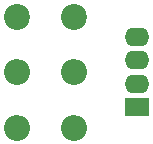
<source format=gbs>
G04 #@! TF.FileFunction,Soldermask,Bot*
%FSLAX46Y46*%
G04 Gerber Fmt 4.6, Leading zero omitted, Abs format (unit mm)*
G04 Created by KiCad (PCBNEW 4.0.4-1.fc24-product) date Mon Jun  4 16:03:53 2018*
%MOMM*%
%LPD*%
G01*
G04 APERTURE LIST*
%ADD10C,0.100000*%
%ADD11R,2.100000X1.600000*%
%ADD12O,2.100000X1.600000*%
%ADD13O,2.200000X2.200000*%
%ADD14C,2.200000*%
G04 APERTURE END LIST*
D10*
D11*
X150600000Y-92500000D03*
D12*
X150600000Y-90500000D03*
X150600000Y-88500000D03*
X150600000Y-86500000D03*
D13*
X140400000Y-89500000D03*
D14*
X140400000Y-84800000D03*
D13*
X140400000Y-94200000D03*
D14*
X145230000Y-84800000D03*
D13*
X145230000Y-89500000D03*
X145230000Y-94200000D03*
M02*

</source>
